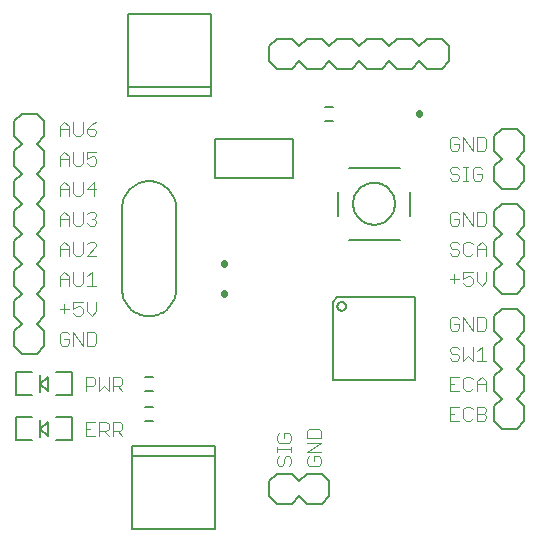
<source format=gto>
G75*
G70*
%OFA0B0*%
%FSLAX24Y24*%
%IPPOS*%
%LPD*%
%AMOC8*
5,1,8,0,0,1.08239X$1,22.5*
%
%ADD10C,0.0040*%
%ADD11C,0.0080*%
%ADD12C,0.0060*%
%ADD13C,0.0220*%
D10*
X003389Y003411D02*
X003696Y003411D01*
X003850Y003411D02*
X003850Y003872D01*
X004080Y003872D01*
X004157Y003795D01*
X004157Y003641D01*
X004080Y003565D01*
X003850Y003565D01*
X004003Y003565D02*
X004157Y003411D01*
X004310Y003411D02*
X004310Y003872D01*
X004540Y003872D01*
X004617Y003795D01*
X004617Y003641D01*
X004540Y003565D01*
X004310Y003565D01*
X004464Y003565D02*
X004617Y003411D01*
X003696Y003872D02*
X003389Y003872D01*
X003389Y003411D01*
X003389Y003641D02*
X003543Y003641D01*
X003389Y004911D02*
X003389Y005372D01*
X003620Y005372D01*
X003696Y005295D01*
X003696Y005141D01*
X003620Y005065D01*
X003389Y005065D01*
X003850Y004911D02*
X004003Y005065D01*
X004157Y004911D01*
X004157Y005372D01*
X004310Y005372D02*
X004540Y005372D01*
X004617Y005295D01*
X004617Y005141D01*
X004540Y005065D01*
X004310Y005065D01*
X004464Y005065D02*
X004617Y004911D01*
X004310Y004911D02*
X004310Y005372D01*
X003850Y005372D02*
X003850Y004911D01*
X003671Y006411D02*
X003441Y006411D01*
X003441Y006872D01*
X003671Y006872D01*
X003748Y006795D01*
X003748Y006488D01*
X003671Y006411D01*
X003288Y006411D02*
X003288Y006872D01*
X002981Y006872D02*
X002981Y006411D01*
X002828Y006488D02*
X002828Y006641D01*
X002674Y006641D01*
X002521Y006488D02*
X002597Y006411D01*
X002751Y006411D01*
X002828Y006488D01*
X002521Y006488D02*
X002521Y006795D01*
X002597Y006872D01*
X002751Y006872D01*
X002828Y006795D01*
X002981Y006872D02*
X003288Y006411D01*
X003211Y007411D02*
X003058Y007411D01*
X002981Y007488D01*
X002981Y007641D02*
X003134Y007718D01*
X003211Y007718D01*
X003288Y007641D01*
X003288Y007488D01*
X003211Y007411D01*
X002981Y007641D02*
X002981Y007872D01*
X003288Y007872D01*
X003441Y007872D02*
X003441Y007565D01*
X003595Y007411D01*
X003748Y007565D01*
X003748Y007872D01*
X003748Y008411D02*
X003441Y008411D01*
X003595Y008411D02*
X003595Y008872D01*
X003441Y008718D01*
X003288Y008872D02*
X003288Y008488D01*
X003211Y008411D01*
X003058Y008411D01*
X002981Y008488D01*
X002981Y008872D01*
X002828Y008718D02*
X002828Y008411D01*
X002828Y008641D02*
X002521Y008641D01*
X002521Y008718D02*
X002521Y008411D01*
X002521Y008718D02*
X002674Y008872D01*
X002828Y008718D01*
X002828Y009411D02*
X002828Y009718D01*
X002674Y009872D01*
X002521Y009718D01*
X002521Y009411D01*
X002521Y009641D02*
X002828Y009641D01*
X002981Y009488D02*
X003058Y009411D01*
X003211Y009411D01*
X003288Y009488D01*
X003288Y009872D01*
X003441Y009795D02*
X003518Y009872D01*
X003671Y009872D01*
X003748Y009795D01*
X003748Y009718D01*
X003441Y009411D01*
X003748Y009411D01*
X002981Y009488D02*
X002981Y009872D01*
X003058Y010411D02*
X003211Y010411D01*
X003288Y010488D01*
X003288Y010872D01*
X003441Y010795D02*
X003518Y010872D01*
X003671Y010872D01*
X003748Y010795D01*
X003748Y010718D01*
X003671Y010641D01*
X003748Y010565D01*
X003748Y010488D01*
X003671Y010411D01*
X003518Y010411D01*
X003441Y010488D01*
X003595Y010641D02*
X003671Y010641D01*
X003058Y010411D02*
X002981Y010488D01*
X002981Y010872D01*
X002828Y010718D02*
X002828Y010411D01*
X002828Y010641D02*
X002521Y010641D01*
X002521Y010718D02*
X002521Y010411D01*
X002521Y010718D02*
X002674Y010872D01*
X002828Y010718D01*
X002828Y011411D02*
X002828Y011718D01*
X002674Y011872D01*
X002521Y011718D01*
X002521Y011411D01*
X002521Y011641D02*
X002828Y011641D01*
X002981Y011488D02*
X003058Y011411D01*
X003211Y011411D01*
X003288Y011488D01*
X003288Y011872D01*
X003441Y011641D02*
X003748Y011641D01*
X003671Y011411D02*
X003671Y011872D01*
X003441Y011641D01*
X002981Y011488D02*
X002981Y011872D01*
X003058Y012411D02*
X003211Y012411D01*
X003288Y012488D01*
X003288Y012872D01*
X003441Y012872D02*
X003441Y012641D01*
X003595Y012718D01*
X003671Y012718D01*
X003748Y012641D01*
X003748Y012488D01*
X003671Y012411D01*
X003518Y012411D01*
X003441Y012488D01*
X003441Y012872D02*
X003748Y012872D01*
X003671Y013411D02*
X003518Y013411D01*
X003441Y013488D01*
X003441Y013641D01*
X003671Y013641D01*
X003748Y013565D01*
X003748Y013488D01*
X003671Y013411D01*
X003441Y013641D02*
X003595Y013795D01*
X003748Y013872D01*
X003288Y013872D02*
X003288Y013488D01*
X003211Y013411D01*
X003058Y013411D01*
X002981Y013488D01*
X002981Y013872D01*
X002828Y013718D02*
X002828Y013411D01*
X002828Y013641D02*
X002521Y013641D01*
X002521Y013718D02*
X002521Y013411D01*
X002521Y013718D02*
X002674Y013872D01*
X002828Y013718D01*
X002981Y012872D02*
X002981Y012488D01*
X003058Y012411D01*
X002828Y012411D02*
X002828Y012718D01*
X002674Y012872D01*
X002521Y012718D01*
X002521Y012411D01*
X002521Y012641D02*
X002828Y012641D01*
X002674Y007795D02*
X002674Y007488D01*
X002521Y007641D02*
X002828Y007641D01*
X009770Y003409D02*
X009770Y003255D01*
X009847Y003179D01*
X010154Y003179D01*
X010231Y003255D01*
X010231Y003409D01*
X010154Y003485D01*
X010000Y003485D01*
X010000Y003332D01*
X009847Y003485D02*
X009770Y003409D01*
X009770Y003025D02*
X009770Y002872D01*
X009770Y002948D02*
X010231Y002948D01*
X010231Y002872D02*
X010231Y003025D01*
X010154Y002718D02*
X010077Y002718D01*
X010000Y002641D01*
X010000Y002488D01*
X009924Y002411D01*
X009847Y002411D01*
X009770Y002488D01*
X009770Y002641D01*
X009847Y002718D01*
X010154Y002718D02*
X010231Y002641D01*
X010231Y002488D01*
X010154Y002411D01*
X010770Y002488D02*
X010847Y002411D01*
X011154Y002411D01*
X011231Y002488D01*
X011231Y002641D01*
X011154Y002718D01*
X011000Y002718D01*
X011000Y002565D01*
X010847Y002718D02*
X010770Y002641D01*
X010770Y002488D01*
X010770Y002872D02*
X011231Y003179D01*
X010770Y003179D01*
X010770Y003332D02*
X010770Y003562D01*
X010847Y003639D01*
X011154Y003639D01*
X011231Y003562D01*
X011231Y003332D01*
X010770Y003332D01*
X010770Y002872D02*
X011231Y002872D01*
X015521Y003911D02*
X015828Y003911D01*
X015981Y003988D02*
X016058Y003911D01*
X016211Y003911D01*
X016288Y003988D01*
X016441Y003911D02*
X016671Y003911D01*
X016748Y003988D01*
X016748Y004065D01*
X016671Y004141D01*
X016441Y004141D01*
X016288Y004295D02*
X016211Y004372D01*
X016058Y004372D01*
X015981Y004295D01*
X015981Y003988D01*
X015674Y004141D02*
X015521Y004141D01*
X015521Y003911D02*
X015521Y004372D01*
X015828Y004372D01*
X015828Y004911D02*
X015521Y004911D01*
X015521Y005372D01*
X015828Y005372D01*
X015981Y005295D02*
X015981Y004988D01*
X016058Y004911D01*
X016211Y004911D01*
X016288Y004988D01*
X016441Y004911D02*
X016441Y005218D01*
X016595Y005372D01*
X016748Y005218D01*
X016748Y004911D01*
X016748Y005141D02*
X016441Y005141D01*
X016288Y005295D02*
X016211Y005372D01*
X016058Y005372D01*
X015981Y005295D01*
X015674Y005141D02*
X015521Y005141D01*
X015597Y005911D02*
X015521Y005988D01*
X015597Y005911D02*
X015751Y005911D01*
X015828Y005988D01*
X015828Y006065D01*
X015751Y006141D01*
X015597Y006141D01*
X015521Y006218D01*
X015521Y006295D01*
X015597Y006372D01*
X015751Y006372D01*
X015828Y006295D01*
X015981Y006372D02*
X015981Y005911D01*
X016134Y006065D01*
X016288Y005911D01*
X016288Y006372D01*
X016441Y006218D02*
X016595Y006372D01*
X016595Y005911D01*
X016748Y005911D02*
X016441Y005911D01*
X016441Y006911D02*
X016671Y006911D01*
X016748Y006988D01*
X016748Y007295D01*
X016671Y007372D01*
X016441Y007372D01*
X016441Y006911D01*
X016288Y006911D02*
X016288Y007372D01*
X015981Y007372D02*
X016288Y006911D01*
X015981Y006911D02*
X015981Y007372D01*
X015828Y007295D02*
X015751Y007372D01*
X015597Y007372D01*
X015521Y007295D01*
X015521Y006988D01*
X015597Y006911D01*
X015751Y006911D01*
X015828Y006988D01*
X015828Y007141D01*
X015674Y007141D01*
X016058Y008411D02*
X015981Y008488D01*
X016058Y008411D02*
X016211Y008411D01*
X016288Y008488D01*
X016288Y008641D01*
X016211Y008718D01*
X016134Y008718D01*
X015981Y008641D01*
X015981Y008872D01*
X016288Y008872D01*
X016441Y008872D02*
X016441Y008565D01*
X016595Y008411D01*
X016748Y008565D01*
X016748Y008872D01*
X016748Y009411D02*
X016748Y009718D01*
X016595Y009872D01*
X016441Y009718D01*
X016441Y009411D01*
X016288Y009488D02*
X016211Y009411D01*
X016058Y009411D01*
X015981Y009488D01*
X015981Y009795D01*
X016058Y009872D01*
X016211Y009872D01*
X016288Y009795D01*
X016441Y009641D02*
X016748Y009641D01*
X016671Y010411D02*
X016441Y010411D01*
X016441Y010872D01*
X016671Y010872D01*
X016748Y010795D01*
X016748Y010488D01*
X016671Y010411D01*
X016288Y010411D02*
X016288Y010872D01*
X015981Y010872D02*
X016288Y010411D01*
X015981Y010411D02*
X015981Y010872D01*
X015828Y010795D02*
X015751Y010872D01*
X015597Y010872D01*
X015521Y010795D01*
X015521Y010488D01*
X015597Y010411D01*
X015751Y010411D01*
X015828Y010488D01*
X015828Y010641D01*
X015674Y010641D01*
X015597Y009872D02*
X015521Y009795D01*
X015521Y009718D01*
X015597Y009641D01*
X015751Y009641D01*
X015828Y009565D01*
X015828Y009488D01*
X015751Y009411D01*
X015597Y009411D01*
X015521Y009488D01*
X015597Y009872D02*
X015751Y009872D01*
X015828Y009795D01*
X015674Y008795D02*
X015674Y008488D01*
X015521Y008641D02*
X015828Y008641D01*
X015751Y011911D02*
X015597Y011911D01*
X015521Y011988D01*
X015597Y012141D02*
X015521Y012218D01*
X015521Y012295D01*
X015597Y012372D01*
X015751Y012372D01*
X015828Y012295D01*
X015981Y012372D02*
X016134Y012372D01*
X016058Y012372D02*
X016058Y011911D01*
X016134Y011911D02*
X015981Y011911D01*
X015828Y011988D02*
X015751Y011911D01*
X015828Y011988D02*
X015828Y012065D01*
X015751Y012141D01*
X015597Y012141D01*
X016288Y011988D02*
X016365Y011911D01*
X016518Y011911D01*
X016595Y011988D01*
X016595Y012141D01*
X016441Y012141D01*
X016288Y011988D02*
X016288Y012295D01*
X016365Y012372D01*
X016518Y012372D01*
X016595Y012295D01*
X016671Y012911D02*
X016441Y012911D01*
X016441Y013372D01*
X016671Y013372D01*
X016748Y013295D01*
X016748Y012988D01*
X016671Y012911D01*
X016288Y012911D02*
X016288Y013372D01*
X015981Y013372D02*
X016288Y012911D01*
X015981Y012911D02*
X015981Y013372D01*
X015828Y013295D02*
X015751Y013372D01*
X015597Y013372D01*
X015521Y013295D01*
X015521Y012988D01*
X015597Y012911D01*
X015751Y012911D01*
X015828Y012988D01*
X015828Y013141D01*
X015674Y013141D01*
X016441Y004372D02*
X016671Y004372D01*
X016748Y004295D01*
X016748Y004218D01*
X016671Y004141D01*
X016441Y003911D02*
X016441Y004372D01*
D11*
X001056Y004035D02*
X001056Y003248D01*
X001607Y003248D01*
X001883Y003366D02*
X001883Y003641D01*
X002119Y003877D01*
X002119Y003405D01*
X001883Y003641D01*
X001883Y003917D01*
X001607Y004035D02*
X001056Y004035D01*
X001056Y004748D02*
X001056Y005535D01*
X001607Y005535D01*
X001883Y005417D02*
X001883Y005141D01*
X002119Y005377D01*
X002119Y004905D01*
X001883Y005141D01*
X001883Y004866D01*
X001607Y004748D02*
X001056Y004748D01*
X002394Y004748D02*
X002946Y004748D01*
X002946Y005535D01*
X002394Y005535D01*
X001751Y006141D02*
X002001Y006391D01*
X002001Y006891D01*
X001751Y007141D01*
X002001Y007391D01*
X002001Y007891D01*
X001751Y008141D01*
X002001Y008391D01*
X002001Y008891D01*
X001751Y009141D01*
X002001Y009391D01*
X002001Y009891D01*
X001751Y010141D01*
X002001Y010391D01*
X002001Y010891D01*
X001751Y011141D01*
X002001Y011391D01*
X002001Y011891D01*
X001751Y012141D01*
X002001Y012391D01*
X002001Y012891D01*
X001751Y013141D01*
X002001Y013391D01*
X002001Y013891D01*
X001751Y014141D01*
X001251Y014141D01*
X001001Y013891D01*
X001001Y013391D01*
X001251Y013141D01*
X001001Y012891D01*
X001001Y012391D01*
X001251Y012141D01*
X001001Y011891D01*
X001001Y011391D01*
X001251Y011141D01*
X001001Y010891D01*
X001001Y010391D01*
X001251Y010141D01*
X001001Y009891D01*
X001001Y009391D01*
X001251Y009141D01*
X001001Y008891D01*
X001001Y008391D01*
X001251Y008141D01*
X001001Y007891D01*
X001001Y007391D01*
X001251Y007141D01*
X001001Y006891D01*
X001001Y006391D01*
X001251Y006141D01*
X001751Y006141D01*
X002394Y004035D02*
X002946Y004035D01*
X002946Y003248D01*
X002394Y003248D01*
X004934Y003059D02*
X004934Y002744D01*
X007690Y002744D01*
X007690Y000303D01*
X004934Y000303D01*
X004934Y002744D01*
X004934Y003059D02*
X007690Y003059D01*
X007690Y002744D01*
X009501Y001891D02*
X009501Y001391D01*
X009751Y001141D01*
X010251Y001141D01*
X010501Y001391D01*
X010751Y001141D01*
X011251Y001141D01*
X011501Y001391D01*
X011501Y001891D01*
X011251Y002141D01*
X010751Y002141D01*
X010501Y001891D01*
X010251Y002141D01*
X009751Y002141D01*
X009501Y001891D01*
X006401Y008291D02*
X006401Y010991D01*
X006399Y011050D01*
X006393Y011108D01*
X006384Y011167D01*
X006370Y011224D01*
X006353Y011280D01*
X006332Y011335D01*
X006308Y011389D01*
X006280Y011441D01*
X006249Y011491D01*
X006215Y011539D01*
X006178Y011584D01*
X006137Y011627D01*
X006094Y011668D01*
X006049Y011705D01*
X006001Y011739D01*
X005951Y011770D01*
X005899Y011798D01*
X005845Y011822D01*
X005790Y011843D01*
X005734Y011860D01*
X005677Y011874D01*
X005618Y011883D01*
X005560Y011889D01*
X005501Y011891D01*
X005442Y011889D01*
X005384Y011883D01*
X005325Y011874D01*
X005268Y011860D01*
X005212Y011843D01*
X005157Y011822D01*
X005103Y011798D01*
X005051Y011770D01*
X005001Y011739D01*
X004953Y011705D01*
X004908Y011668D01*
X004865Y011627D01*
X004824Y011584D01*
X004787Y011539D01*
X004753Y011491D01*
X004722Y011441D01*
X004694Y011389D01*
X004670Y011335D01*
X004649Y011280D01*
X004632Y011224D01*
X004618Y011167D01*
X004609Y011108D01*
X004603Y011050D01*
X004601Y010991D01*
X004601Y008291D01*
X004603Y008232D01*
X004609Y008174D01*
X004618Y008115D01*
X004632Y008058D01*
X004649Y008002D01*
X004670Y007947D01*
X004694Y007893D01*
X004722Y007841D01*
X004753Y007791D01*
X004787Y007743D01*
X004824Y007698D01*
X004865Y007655D01*
X004908Y007614D01*
X004953Y007577D01*
X005001Y007543D01*
X005051Y007512D01*
X005103Y007484D01*
X005157Y007460D01*
X005212Y007439D01*
X005268Y007422D01*
X005325Y007408D01*
X005384Y007399D01*
X005442Y007393D01*
X005501Y007391D01*
X005560Y007393D01*
X005618Y007399D01*
X005677Y007408D01*
X005734Y007422D01*
X005790Y007439D01*
X005845Y007460D01*
X005899Y007484D01*
X005951Y007512D01*
X006001Y007543D01*
X006049Y007577D01*
X006094Y007614D01*
X006137Y007655D01*
X006178Y007698D01*
X006215Y007743D01*
X006249Y007791D01*
X006280Y007841D01*
X006308Y007893D01*
X006332Y007947D01*
X006353Y008002D01*
X006370Y008058D01*
X006384Y008115D01*
X006393Y008174D01*
X006399Y008232D01*
X006401Y008291D01*
X007711Y011991D02*
X007711Y013291D01*
X010291Y013291D01*
X010291Y011991D01*
X007711Y011991D01*
X007568Y014724D02*
X004812Y014724D01*
X004812Y015039D01*
X007568Y015039D01*
X007568Y014724D01*
X007568Y015039D02*
X007568Y017480D01*
X004812Y017480D01*
X004812Y015039D01*
X009501Y015891D02*
X009501Y016391D01*
X009751Y016641D01*
X010251Y016641D01*
X010501Y016391D01*
X010751Y016641D01*
X011251Y016641D01*
X011501Y016391D01*
X011751Y016641D01*
X012251Y016641D01*
X012501Y016391D01*
X012751Y016641D01*
X013251Y016641D01*
X013501Y016391D01*
X013751Y016641D01*
X014251Y016641D01*
X014501Y016391D01*
X014751Y016641D01*
X015251Y016641D01*
X015501Y016391D01*
X015501Y015891D01*
X015251Y015641D01*
X014751Y015641D01*
X014501Y015891D01*
X014251Y015641D01*
X013751Y015641D01*
X013501Y015891D01*
X013251Y015641D01*
X012751Y015641D01*
X012501Y015891D01*
X012251Y015641D01*
X011751Y015641D01*
X011501Y015891D01*
X011251Y015641D01*
X010751Y015641D01*
X010501Y015891D01*
X010251Y015641D01*
X009751Y015641D01*
X009501Y015891D01*
X012151Y012341D02*
X013851Y012341D01*
X014201Y011534D02*
X014201Y010741D01*
X013851Y009941D02*
X012151Y009941D01*
X011801Y010741D02*
X011801Y011546D01*
X012301Y011141D02*
X012303Y011193D01*
X012309Y011245D01*
X012319Y011297D01*
X012332Y011347D01*
X012349Y011397D01*
X012370Y011445D01*
X012395Y011491D01*
X012423Y011535D01*
X012454Y011577D01*
X012488Y011617D01*
X012525Y011654D01*
X012565Y011688D01*
X012607Y011719D01*
X012651Y011747D01*
X012697Y011772D01*
X012745Y011793D01*
X012795Y011810D01*
X012845Y011823D01*
X012897Y011833D01*
X012949Y011839D01*
X013001Y011841D01*
X013053Y011839D01*
X013105Y011833D01*
X013157Y011823D01*
X013207Y011810D01*
X013257Y011793D01*
X013305Y011772D01*
X013351Y011747D01*
X013395Y011719D01*
X013437Y011688D01*
X013477Y011654D01*
X013514Y011617D01*
X013548Y011577D01*
X013579Y011535D01*
X013607Y011491D01*
X013632Y011445D01*
X013653Y011397D01*
X013670Y011347D01*
X013683Y011297D01*
X013693Y011245D01*
X013699Y011193D01*
X013701Y011141D01*
X013699Y011089D01*
X013693Y011037D01*
X013683Y010985D01*
X013670Y010935D01*
X013653Y010885D01*
X013632Y010837D01*
X013607Y010791D01*
X013579Y010747D01*
X013548Y010705D01*
X013514Y010665D01*
X013477Y010628D01*
X013437Y010594D01*
X013395Y010563D01*
X013351Y010535D01*
X013305Y010510D01*
X013257Y010489D01*
X013207Y010472D01*
X013157Y010459D01*
X013105Y010449D01*
X013053Y010443D01*
X013001Y010441D01*
X012949Y010443D01*
X012897Y010449D01*
X012845Y010459D01*
X012795Y010472D01*
X012745Y010489D01*
X012697Y010510D01*
X012651Y010535D01*
X012607Y010563D01*
X012565Y010594D01*
X012525Y010628D01*
X012488Y010665D01*
X012454Y010705D01*
X012423Y010747D01*
X012395Y010791D01*
X012370Y010837D01*
X012349Y010885D01*
X012332Y010935D01*
X012319Y010985D01*
X012309Y011037D01*
X012303Y011089D01*
X012301Y011141D01*
X017001Y010891D02*
X017001Y010391D01*
X017251Y010141D01*
X017001Y009891D01*
X017001Y009391D01*
X017251Y009141D01*
X017001Y008891D01*
X017001Y008391D01*
X017251Y008141D01*
X017751Y008141D01*
X018001Y008391D01*
X018001Y008891D01*
X017751Y009141D01*
X018001Y009391D01*
X018001Y009891D01*
X017751Y010141D01*
X018001Y010391D01*
X018001Y010891D01*
X017751Y011141D01*
X017251Y011141D01*
X017001Y010891D01*
X017251Y011641D02*
X017751Y011641D01*
X018001Y011891D01*
X018001Y012391D01*
X017751Y012641D01*
X018001Y012891D01*
X018001Y013391D01*
X017751Y013641D01*
X017251Y013641D01*
X017001Y013391D01*
X017001Y012891D01*
X017251Y012641D01*
X017001Y012391D01*
X017001Y011891D01*
X017251Y011641D01*
X017251Y007641D02*
X017001Y007391D01*
X017001Y006891D01*
X017251Y006641D01*
X017001Y006391D01*
X017001Y005891D01*
X017251Y005641D01*
X017001Y005391D01*
X017001Y004891D01*
X017251Y004641D01*
X017001Y004391D01*
X017001Y003891D01*
X017251Y003641D01*
X017751Y003641D01*
X018001Y003891D01*
X018001Y004391D01*
X017751Y004641D01*
X018001Y004891D01*
X018001Y005391D01*
X017751Y005641D01*
X018001Y005891D01*
X018001Y006391D01*
X017751Y006641D01*
X018001Y006891D01*
X018001Y007391D01*
X017751Y007641D01*
X017251Y007641D01*
D12*
X014381Y008021D02*
X014381Y005261D01*
X011621Y005261D01*
X011621Y007881D01*
X011760Y008021D01*
X014381Y008021D01*
X011780Y007721D02*
X011782Y007744D01*
X011788Y007767D01*
X011797Y007788D01*
X011810Y007808D01*
X011826Y007825D01*
X011844Y007839D01*
X011864Y007850D01*
X011886Y007858D01*
X011909Y007862D01*
X011933Y007862D01*
X011956Y007858D01*
X011978Y007850D01*
X011998Y007839D01*
X012016Y007825D01*
X012032Y007808D01*
X012045Y007788D01*
X012054Y007767D01*
X012060Y007744D01*
X012062Y007721D01*
X012060Y007698D01*
X012054Y007675D01*
X012045Y007654D01*
X012032Y007634D01*
X012016Y007617D01*
X011998Y007603D01*
X011978Y007592D01*
X011956Y007584D01*
X011933Y007580D01*
X011909Y007580D01*
X011886Y007584D01*
X011864Y007592D01*
X011844Y007603D01*
X011826Y007617D01*
X011810Y007634D01*
X011797Y007654D01*
X011788Y007675D01*
X011782Y007698D01*
X011780Y007721D01*
X005619Y005377D02*
X005383Y005377D01*
X005383Y004905D02*
X005619Y004905D01*
X005619Y004377D02*
X005383Y004377D01*
X005383Y003905D02*
X005619Y003905D01*
X011383Y013905D02*
X011619Y013905D01*
X011619Y014377D02*
X011383Y014377D01*
D13*
X014501Y014153D02*
X014501Y014129D01*
X008001Y009153D02*
X008001Y009129D01*
X008001Y008153D02*
X008001Y008129D01*
M02*

</source>
